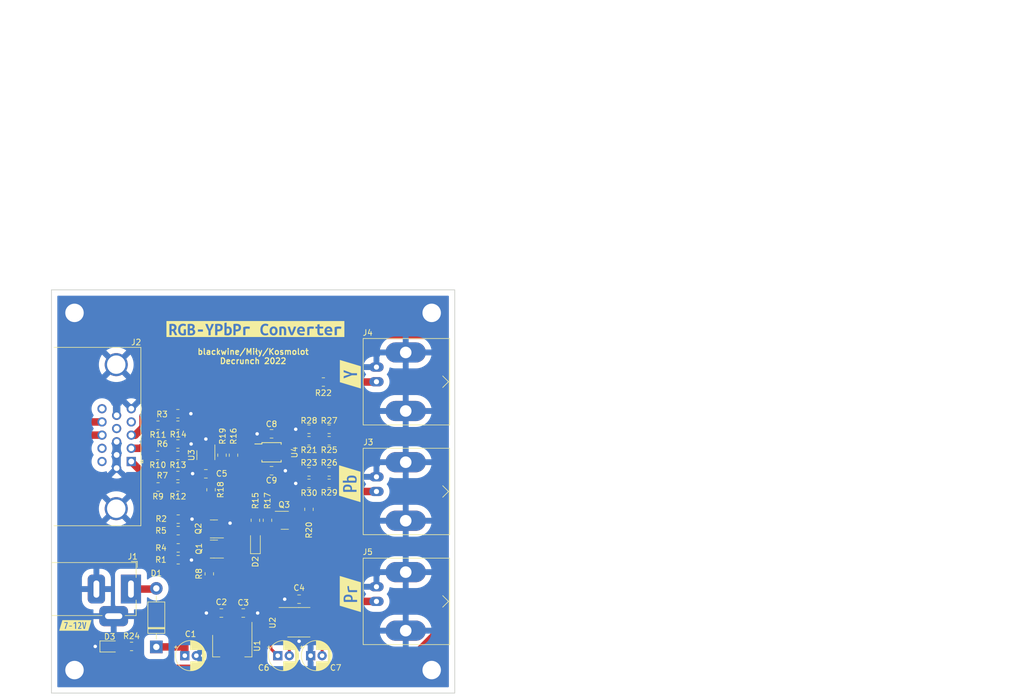
<source format=kicad_pcb>
(kicad_pcb (version 20211014) (generator pcbnew)
  (layers (0 "F.Cu" signal) (31 "B.Cu" signal) (34 "B.Paste" user) (35 "F.Paste" user) (36 "B.SilkS" user "B.Silkscreen") (37 "F.SilkS" user "F.Silkscreen") (38 "B.Mask" user) (39 "F.Mask" user) (44 "Edge.Cuts" user))
  (net 0 "")
  (net 1 "+5V")
  (net 2 "GND")
  (net 3 "-5V")
  (net 4 "/Pr")
  (net 5 "/Y")
  (net 6 "/B")
  (net 7 "/G")
  (net 8 "/R")
  (net 9 "/Pb")
  (net 10 "/CAP+")
  (net 11 "/CAP-")
  (net 12 "/YSUM")
  (net 13 "/YAMP")
  (net 14 "/Pr_OUT")
  (net 15 "/Y_OUT")
  (net 16 "/Pb_OUT")
  (net 17 "/H_SYNC")
  (net 18 "/V_SYNC")
  (net 19 "/H_R")
  (net 20 "/V_R")
  (net 21 "/VIN")
  (net 22 "/VIND")
  (net 23 "Net-(D3-Pad2)")
  (net 24 "/+5VAMP")
  (net 25 "Net-(D2-Pad1)")
  (net 26 "Net-(D2-Pad2)")
  (net 31 "Net-(Q1-Pad2)")
  (net 32 "Net-(Q3-Pad1)")
  (net 33 "Net-(Q3-Pad3)")
  (net 34 "/FB")
  (net 39 "Net-(R12-Pad1)")
  (net 40 "Net-(R10-Pad2)")
  (net 41 "Net-(R11-Pad2)")
  (net 42 "Net-(R21-Pad2)")
  (net 43 "Net-(R23-Pad2)")
  (net 44 "Net-(R27-Pad2)")
  (net 45 "Net-(R29-Pad2)")
  (footprint "Resistor_SMD:R_0805_2012Metric" (layer "F.Cu") (at 144.7 138.1 90)
    (fp_text reference "R20")
    (fp_text value "570")
  )
  (footprint "Resistor_SMD:R_0805_2012Metric" (layer "F.Cu") (at 127.7 134.7 -90)
    (fp_text reference "R18")
    (fp_text value "0R")
  )
  (footprint "Resistor_SMD:R_0805_2012Metric" (layer "F.Cu") (at 144.7 124.2 180)
    (fp_text reference "R28")
    (fp_text value "0R")
  )
  (footprint "Package_SO:MSOP-10_3x3mm_P0.5mm" (layer "F.Cu") (at 138.2 128.2)
    (fp_text reference "U4")
    (fp_text value "LT6550")
  )
  (footprint "Resistor_SMD:R_0805_2012Metric" (layer "F.Cu") (at 135.4 140 90)
    (fp_text reference "R15")
    (fp_text value "1k")
  )
  (footprint "Resistor_SMD:R_0805_2012Metric" (layer "F.Cu") (at 118.432695 128.75)
    (fp_text reference "R10")
    (fp_text value "549")
  )
  (footprint "Resistor_SMD:R_0805_2012Metric" (layer "F.Cu") (at 122 144.797257)
    (fp_text reference "R4")
    (fp_text value "1k")
  )
  (footprint "Resistor_SMD:R_0805_2012Metric" (layer "F.Cu") (at 118.5 134.221951)
    (fp_text reference "R9")
    (fp_text value "1070")
  )
  (footprint "Connector_Coaxial:BNC_Amphenol_B6252HB-NPP3G-50_Horizontal" (layer "F.Cu") (at 156.410997 135 -90)
    (fp_text reference "J3")
    (fp_text value "BNC 75 Ohm")
  )
  (footprint "Capacitor_THT:CP_Radial_D5.0mm_P2.00mm" (layer "F.Cu") (at 123.144888 163.5)
    (fp_text reference "C1")
    (fp_text value "10u/16V")
  )
  (footprint "Resistor_SMD:R_0805_2012Metric" (layer "F.Cu") (at 148.2 126.2)
    (fp_text reference "R25")
    (fp_text value "0R")
  )
  (footprint "Diode_SMD:D_SOD-323_HandSoldering" (layer "F.Cu") (at 135.4 143.9 90)
    (fp_text reference "D2")
    (fp_text value "5.6V")
  )
  (footprint "Resistor_SMD:R_0805_2012Metric" (layer "F.Cu") (at 137.5 140 -90)
    (fp_text reference "R17")
    (fp_text value "1k")
  )
  (footprint "Connector_Coaxial:BNC_Amphenol_B6252HB-NPP3G-50_Horizontal" (layer "F.Cu") (at 156.410997 154.08 -90)
    (fp_text reference "J5")
    (fp_text value "BNC 75 Ohm")
  )
  (footprint "Resistor_SMD:R_0805_2012Metric" (layer "F.Cu") (at 131.6 128.7 -90)
    (fp_text reference "R16")
    (fp_text value "1k")
  )
  (footprint "Package_TO_SOT_SMD:SOT-223" (layer "F.Cu") (at 131.392267 161.8 -90)
    (fp_text reference "U1")
    (fp_text value "1117-5.0")
  )
  (footprint "Resistor_SMD:R_0805_2012Metric" (layer "F.Cu") (at 144.7 131.6)
    (fp_text reference "R23")
    (fp_text value "105")
  )
  (footprint "Resistor_SMD:R_0805_2012Metric" (layer "F.Cu") (at 121.94375 132.228201)
    (fp_text reference "R7")
    (fp_text value "75")
  )
  (footprint "Package_TO_SOT_SMD:SOT-23" (layer "F.Cu") (at 140.5 140)
    (fp_text reference "Q3")
    (fp_text value "Q_NPN_BEC")
  )
  (footprint "Resistor_SMD:R_0805_2012Metric" (layer "F.Cu") (at 147.2 116)
    (fp_text reference "R22")
    (fp_text value "75")
  )
  (footprint "Capacitor_SMD:C_0805_2012Metric" (layer "F.Cu") (at 138.2 131.4 180)
    (fp_text reference "C9")
    (fp_text value "100n/16V")
  )
  (footprint "kibuzzard-633F44C9" (layer "F.Cu") (at 151.881706 114.65 90)
    (fp_text reference "kibuzzard-633F44C9" hide)
    (fp_text value "G***" hide)
  )
  (footprint "Package_SO:SOIC-8_3.9x4.9mm_P1.27mm" (layer "F.Cu") (at 142.939541 157.7)
    (fp_text reference "U2")
    (fp_text value "ICL7660")
  )
  (footprint "kibuzzard-63377B96" (layer "F.Cu") (at 135.4 106.8)
    (fp_text reference "kibuzzard-63377B96" hide)
    (fp_text value "G***" hide)
  )
  (footprint "Resistor_SMD:R_0805_2012Metric" (layer "F.Cu") (at 113.9 161.9)
    (fp_text reference "R24")
    (fp_text value "1k")
  )
  (footprint "Package_TO_SOT_SMD:SOT-23" (layer "F.Cu") (at 128.2 141.5 180)
    (fp_text reference "Q2")
    (fp_text value "Q_NPN_BEC")
  )
  (footprint "Resistor_SMD:R_0805_2012Metric" (layer "F.Cu") (at 122 141.8)
    (fp_text reference "R5")
    (fp_text value "1k")
  )
  (footprint "MountingHole:MountingHole_3.2mm_M3_ISO7380_Pad" (layer "F.Cu") (at 166 104)
    (fp_text reference "H2" hide)
    (fp_text value "DNP")
  )
  (footprint "lib:ICD15S13E4GV00LF" (layer "F.Cu") (at 111.315331 126.365 -90)
    (fp_text reference "J2")
    (fp_text value "D-Sub HD15 Female")
  )
  (footprint "MountingHole:MountingHole_3.2mm_M3_ISO7380_Pad" (layer "F.Cu") (at 104 104)
    (fp_text reference "H1" hide)
    (fp_text value "DNP")
  )
  (footprint "Resistor_SMD:R_0805_2012Metric" (layer "F.Cu") (at 148.2 124.2 180)
    (fp_text reference "R27")
    (fp_text value "174")
  )
  (footprint "Capacitor_THT:CP_Radial_D5.0mm_P2.00mm" (layer "F.Cu") (at 139.28443 163.5)
    (fp_text reference "C6")
    (fp_text value "10u/16V")
  )
  (footprint "Capacitor_SMD:C_0805_2012Metric" (layer "F.Cu") (at 133.292267 156.1)
    (fp_text reference "C3")
    (fp_text value "100n/16V")
  )
  (footprint "Resistor_SMD:R_0805_2012Metric" (layer "F.Cu") (at 148.2 133.6 180)
    (fp_text reference "R29")
    (fp_text value "261")
  )
  (footprint "Diode_THT:D_DO-41_SOD81_P10.16mm_Horizontal" (layer "F.Cu") (at 118.2 161.98 90)
    (fp_text reference "D1")
    (fp_text value "1N4001")
  )
  (footprint "Package_TO_SOT_SMD:SOT-23-5" (layer "F.Cu") (at 126.8 128.7 -90)
    (fp_text reference "U3")
    (fp_text value "LMV793MFX")
  )
  (footprint "Resistor_SMD:R_0805_2012Metric" (layer "F.Cu") (at 122 139.8)
    (fp_text reference "R2")
    (fp_text value "75")
  )
  (footprint "Resistor_SMD:R_0805_2012Metric" (layer "F.Cu") (at 129.6 128.7 90)
    (fp_text reference "R19")
    (fp_text value "1k")
  )
  (footprint "Capacitor_SMD:C_0805_2012Metric" (layer "F.Cu") (at 138.2 125 180)
    (fp_text reference "C8")
    (fp_text value "100n/16V")
  )
  (footprint "Resistor_SMD:R_0805_2012Metric" (layer "F.Cu") (at 144.7 133.6 180)
    (fp_text reference "R30")
    (fp_text value "0R")
  )
  (footprint "Resistor_SMD:R_0805_2012Metric" (layer "F.Cu") (at 118.5 123.502003)
    (fp_text reference "R11")
    (fp_text value "2940")
  )
  (footprint "Resistor_SMD:R_0805_2012Metric" (layer "F.Cu") (at 121.94375 126.75625)
    (fp_text reference "R6")
    (fp_text value "75")
  )
  (footprint "LED_SMD:LED_0805_2012Metric" (layer "F.Cu") (at 110.1 161.9)
    (fp_text reference "D3")
    (fp_text value "Green")
  )
  (footprint "Package_TO_SOT_SMD:SOT-23" (layer "F.Cu") (at 128.2 145 180)
    (fp_text reference "Q1")
    (fp_text value "Q_NPN_BEC")
  )
  (footprint "Resistor_SMD:R_0805_2012Metric" (layer "F.Cu") (at 121.95 128.75)
    (fp_text reference "R13")
    (fp_text value "0R")
  )
  (footprint "kibuzzard-633F4DF1" (layer "F.Cu") (at 104.141173 158.253594)
    (fp_text reference "kibuzzard-633F4DF1" hide)
    (fp_text value "G***" hide)
  )
  (footprint "Resistor_SMD:R_0805_2012Metric" (layer "F.Cu") (at 144.7 126.2)
    (fp_text reference "R21")
    (fp_text value "133")
  )
  (footprint "Resistor_SMD:R_0805_2012Metric" (layer "F.Cu") (at 148.2 131.6)
    (fp_text reference "R26")
    (fp_text value "0R")
  )
  (footprint "Resistor_SMD:R_0805_2012Metric" (layer "F.Cu") (at 121.95 134.221951)
    (fp_text reference "R12")
    (fp_text value "0R")
  )
  (footprint "kibuzzard-633F44A8" (layer "F.Cu") (at 151.881706 152.8 90)
    (fp_text reference "kibuzzard-633F44A8" hide)
    (fp_text value "G***" hide)
  )
  (footprint "Capacitor_SMD:C_0805_2012Metric" (layer "F.Cu") (at 126.8 131.9375 180)
    (fp_text reference "C5")
    (fp_text value "100n/16V")
  )
  (footprint "MountingHole:MountingHole_3.2mm_M3_ISO7380_Pad" (layer "F.Cu") (at 166 166)
    (fp_text reference "H4" hide)
    (fp_text value "DNP")
  )
  (footprint "Resistor_SMD:R_0805_2012Metric" (layer "F.Cu") (at 121.95 123.5)
    (fp_text reference "R14")
    (fp_text value "0R")
  )
  (footprint "Resistor_SMD:R_0805_2012Metric" (layer "F.Cu") (at 121.94375 121.50625)
    (fp_text reference "R3")
    (fp_text value "75")
  )
  (footprint "MountingHole:MountingHole_3.2mm_M3_ISO7380_Pad" (layer "F.Cu") (at 104 166)
    (fp_text reference "H3" hide)
    (fp_text value "DNP")
  )
  (footprint "Capacitor_SMD:C_0805_2012Metric" (layer "F.Cu") (at 129.492267 156.1 180)
    (fp_text reference "C2")
    (fp_text value "100n/16V")
  )
  (footprint "Connector_BarrelJack:BarrelJack_Horizontal" (layer "F.Cu") (at 113.8 151.940691)
    (fp_text reference "J1")
    (fp_text value "Barrel Jack 5.5/2.1")
  )
  (footprint "Resistor_SMD:R_0805_2012Metric" (layer "F.Cu") (at 122 146.85)
    (fp_text reference "R1")
    (fp_text value "75")
  )
  (footprint "Resistor_SMD:R_0805_2012Metric" (layer "F.Cu") (at 127.4 149.3 90)
    (fp_text reference "R8")
    (fp_text value "1k")
  )
  (footprint "Connector_Coaxial:BNC_Amphenol_B6252HB-NPP3G-50_Horizontal" (layer "F.Cu") (at 156.410997 115.95 -90)
    (fp_text reference "J4")
    (fp_text value "BNC 75 Ohm")
  )
  (footprint "Capacitor_SMD:C_0805_2012Metric" (layer "F.Cu") (at 142.984429 153.7 180)
    (fp_text reference "C4")
    (fp_text value "100n/16V")
  )
  (footprint "Capacitor_THT:CP_Radial_D5.0mm_P2.00mm" (layer "F.Cu") (at 144.984429 163.5)
    (fp_text reference "C7")
    (fp_text value "10u/16V")
  )
  (footprint "kibuzzard-633F44BA" (layer "F.Cu") (at 151.781706 133.65 90)
    (fp_text reference "kibuzzard-633F44BA" hide)
    (fp_text value "G***" hide)
  )
  (gr_rect (start 100 100) (end 170 170) (layer "Edge.Cuts") (width 0.15) (fill none))
  (gr_text "blackwine/Miły/Kosmolot\nDecrunch 2022" (at 135 111.552598) (layer "F.SilkS") (effects (font (size 1 1) (thickness 0.2))))
  (segment (start 122 138.9) (end 125.2875 135.6125) (width 0.5) (layer "F.Cu") (net 1))
  (segment (start 131.392267 157.05) (end 132.342267 156.1) (width 0.5) (layer "F.Cu") (net 1))
  (segment (start 114.8125 161.9) (end 114.8125 163.7125) (width 0.5) (layer "F.Cu") (net 1))
  (segment (start 138.1 167.3) (end 159.1 167.3) (width 1.3) (layer "F.Cu") (net 1))
  (segment (start 140.4 113.5) (end 140.4 123.2) (width 1.3) (layer "F.Cu") (net 1))
  (segment (start 140.4 125) (end 139.15 125) (width 0.5) (layer "F.Cu") (net 1))
  (segment (start 131.392267 158.65) (end 131.392267 160.592267) (width 1.3) (layer "F.Cu") (net 1))
  (segment (start 133.45 151.75) (end 132.342267 152.857733) (width 0.5) (layer "F.Cu") (net 1))
  (segment (start 127.35 150.2625) (end 127.35 153.75) (width 0.5) (layer "F.Cu") (net 1))
  (segment (start 127.4 150.2125) (end 127.35 150.2625) (width 0.5) (layer "F.Cu") (net 1))
  (segment (start 143.434429 151.75) (end 133.45 151.75) (width 0.5) (layer "F.Cu") (net 1))
  (segment (start 140.4 125) (end 140.4 127.100489) (width 0.5) (layer "F.Cu") (net 1))
  (segment (start 114.8125 163.7125) (end 116.4 165.3) (width 0.5) (layer "F.Cu") (net 1))
  (segment (start 127.35 153.75) (end 127.757733 154.157733) (width 0.5) (layer "F.Cu") (net 1))
  (segment (start 132.342267 154.157733) (end 132.342267 156.1) (width 0.5) (layer "F.Cu") (net 1))
  (segment (start 127.757733 154.157733) (end 132.342267 154.157733) (width 0.5) (layer "F.Cu") (net 1))
  (segment (start 131.392267 160.592267) (end 138.1 167.3) (width 1.3) (layer "F.Cu") (net 1))
  (segment (start 127.4 150.2125) (end 123.1125 150.2125) (width 0.5) (layer "F.Cu") (net 1))
  (segment (start 132.342267 152.857733) (end 132.342267 154.157733) (width 0.5) (layer "F.Cu") (net 1))
  (segment (start 167 109.4) (end 165.5 107.9) (width 1.3) (layer "F.Cu") (net 1))
  (segment (start 165.5 107.9) (end 146 107.9) (width 1.3) (layer "F.Cu") (net 1))
  (segment (start 127 165.3) (end 131.392267 160.907733) (width 0.5) (layer "F.Cu") (net 1))
  (segment (start 145.414541 155.795) (end 145.414541 154.230112) (width 0.5) (layer "F.Cu") (net 1))
  (segment (start 122 149.1) (end 122 138.9) (width 0.5) (layer "F.Cu") (net 1))
  (segment (start 145.414541 154.230112) (end 144.884429 153.7) (width 0.5) (layer "F.Cu") (net 1))
  (segment (start 140.4 123.2) (end 140.4 125) (width 0.5) (layer "F.Cu") (net 1))
  (segment (start 146 107.9) (end 140.4 113.5) (width 1.3) (layer "F.Cu") (net 1))
  (segment (start 123.1125 150.2125) (end 122 149.1) (width 0.5) (layer "F.Cu") (net 1))
  (segment (start 131.392267 158.65) (end 131.392267 157.05) (width 0.5) (layer "F.Cu") (net 1))
  (segment (start 143.934429 153.7) (end 143.934429 152.25) (width 0.5) (layer "F.Cu") (net 1))
  (segment (start 167 159.4) (end 167 109.4) (width 1.3) (layer "F.Cu") (net 1))
  (segment (start 144.884429 153.7) (end 143.934429 153.7) (width 0.5) (layer "F.Cu") (net 1))
  (segment (start 159.1 167.3) (end 167 159.4) (width 1.3) (layer "F.Cu") (net 1))
  (segment (start 131.392267 160.907733) (end 131.392267 158.65) (width 0.5) (layer "F.Cu") (net 1))
  (segment (start 116.4 165.3) (end 127 165.3) (width 0.5) (layer "F.Cu") (net 1))
  (segment (start 143.934429 152.25) (end 143.434429 151.75) (width 0.5) (layer "F.Cu") (net 1))
  (segment (start 125.2875 135.6125) (end 127.7 135.6125) (width 0.5) (layer "F.Cu") (net 1))
  (segment (start 131.6 127.7875) (end 131.6 126.7) (width 0.5) (layer "F.Cu") (net 2))
  (segment (start 128.542267 156.1) (end 126.892267 156.1) (width 0.5) (layer "F.Cu") (net 2))
  (segment (start 131.6 126.7) (end 130.8 125.9) (width 0.5) (layer "F.Cu") (net 2))
  (segment (start 142.984429 161) (end 144.484429 161) (width 0.5) (layer "F.Cu") (net 2))
  (segment (start 129.1375 140.55) (end 130.95 140.55) (width 0.5) (layer "F.Cu") (net 2))
  (segment (start 142.034429 153.7) (end 142.034429 158.45) (width 0.5) (layer "F.Cu") (net 2))
  (segment (start 125.85 131.9375) (end 124.5375 131.9375) (width 0.5) (layer "F.Cu") (net 2))
  (segment (start 122.85625 132.228201) (end 124.171799 132.228201) (width 0.5) (layer "F.Cu") (net 2))
  (segment (start 130.95 140.55) (end 131 140.5) (width 0.5) (layer "F.Cu") (net 2))
  (segment (start 133.692267 158.65) (end 133.692267 156.65) (width 0.5) (layer "F.Cu") (net 2))
  (segment (start 109.1625 161.9) (end 107.6 161.9) (width 0.5) (layer "F.Cu") (net 2))
  (segment (start 133.692267 156.65) (end 134.242267 156.1) (width 0.5) (layer "F.Cu") (net 2))
  (segment (start 134.242267 156.1) (end 135.792267 156.1) (width 0.5) (layer "F.Cu") (net 2))
  (segment (start 124.5375 131.9375) (end 124.5 131.9) (width 0.5) (layer "F.Cu") (net 2))
  (segment (start 124.19375 121.50625) (end 124.2 121.5) (width 0.5) (layer "F.Cu") (net 2))
  (segment (start 144.484429 161) (end 144.984429 161.5) (width 0.5) (layer "F.Cu") (net 2))
  (segment (start 130.8 125.9) (end 126.8 125.9) (width 0.5) (layer "F.Cu") (net 2))
  (segment (start 137.25 125) (end 135.7 125) (width 0.5) (layer "F.Cu") (net 2))
  (segment (start 143.7875 124.2) (end 142.4 124.2) (width 0.5) (layer "F.Cu") (net 2))
  (segment (start 124.171799 132.228201) (end 124.5 131.9) (width 0.5) (layer "F.Cu") (net 2))
  (segment (start 122.85625 126.75625) (end 124.24375 126.75625) (width 0.5) (layer "F.Cu") (net 2))
  (segment (start 143.7875 133.6) (end 142.4 133.6) (width 0.5) (layer "F.Cu") (net 2))
  (segment (start 126.8 127.5625) (end 126.8 125.9) (width 0.5) (layer "F.Cu") (net 2))
  (segment (start 139.15 131.4) (end 140.6 131.4) (width 0.5) (layer "F.Cu") (net 2))
  (segment (start 144.984429 161.5) (end 144.984429 163.5) (width 0.5) (layer "F.Cu") (net 2))
  (segment (start 142.034429 153.7) (end 140.484429 153.7) (width 0.5) (layer "F.Cu") (net 2))
  (segment (start 141.919429 158.335) (end 142.034429 158.45) (width 0.5) (layer "F.Cu") (net 2))
  (segment (start 122.9125 146.85) (end 124.25 146.85) (width 0.5) (layer "F.Cu") (net 2))
  (segment (start 140.464541 158.335) (end 141.919429 158.335) (width 0.5) (layer "F.Cu") (net 2))
  (segment (start 122.85625 121.50625) (end 124.19375 121.50625) (width 0.5) (layer "F.Cu") (net 2))
  (segment (start 124.25 146.85) (end 124.3 146.9) (width 0.5) (layer "F.Cu") (net 2))
  (segment (start 142.034429 160.05) (end 142.984429 161) (width 0.5) (layer "F.Cu") (net 2))
  (segment (start 142.034429 158.45) (end 142.034429 160.05) (width 0.5) (layer "F.Cu") (net 2))
  (segment (start 122.9125 139.8) (end 124.4 139.8) (width 0.5) (layer "F.Cu") (net 2))
  (via (at 124.4 139.8) (size 1) (drill 0.6) (layers "F.Cu" "B.Cu") (net 2))
  (via (at 140.6 131.4) (size 1) (drill 0.6) (layers "F.Cu" "B.Cu") (net 2))
  (via (at 126.8 125.9) (size 1) (drill 0.6) (layers "F.Cu" "B.Cu") (net 2))
  (via (at 142.984429 161) (size 1) (drill 0.6) (layers "F.Cu" "B.Cu") (net 2))
  (via (at 142.4 124.2) (size 1) (drill 0.6) (layers "F.Cu" "B.Cu") (net 2))
  (via (at 107.6 161.9) (size 1) (drill 0.6) (layers "F.Cu" "B.Cu") (net 2))
  (via (at 135.7 125) (size 1) (drill 0.6) (layers "F.Cu" "B.Cu") (net 2))
  (via (at 124.5 131.9) (size 1) (drill 0.6) (layers "F.Cu" "B.Cu") (net 2))
  (via (at 124.3 146.9) (size 1) (drill 0.6) (layers "F.Cu" "B.Cu") (net 2))
  (via (at 142.4 133.6) (size 1) (drill 0.6) (layers "F.Cu" "B.Cu") (net 2))
  (via (at 124.24375 126.75625) (size 1) (drill 0.6) (layers "F.Cu" "B.Cu") (net 2))
  (via (at 135.792267 156.1) (size 1) (drill 0.6) (layers "F.Cu" "B.Cu") (net 2))
  (via (at 131 140.5) (size 1) (drill 0.6) (layers "F.Cu" "B.Cu") (net 2))
  (via (at 140.484429 153.7) (size 1) (drill 0.6) (layers "F.Cu" "B.Cu") (net 2))
  (via (at 126.892267 156.1) (size 1) (drill 0.6) (layers "F.Cu" "B.Cu") (net 2))
  (via (at 124.2 121.5) (size 1) (drill 0.6) (layers "F.Cu" "B.Cu") (net 2))
  (segment (start 111.315331 121.785) (end 111.315331 118.915331) (width 1.3) (layer "B.Cu") (net 2))
  (segment (start 111.315331 126.365) (end 111.315331 130.945) (width 1.3) (layer "B.Cu") (net 2))
  (segment (start 146.4 143.9) (end 137.6 143.9) (width 0.5) (layer "F.Cu") (net 3))
  (segment (start 133.9 143.3) (end 133.9 133.5) (width 0.5) (layer "F.Cu") (net 3))
  (segment (start 137.6 143.9) (end 134.5 143.9) (width 0.5) (layer "F.Cu") (net 3))
  (segment (start 146.984429 159.6) (end 146.984429 163.5) (width 0.5) (layer "F.Cu") (net 3))
  (segment (start 146.984429 159.6) (end 147 159.584429) (width 0.5) (layer "F.Cu") (net 3))
  (segment (start 145.414541 159.605) (end 146.979429 159.605) (width 0.5) (layer "F.Cu") (net 3))
  (segment (start 137.5 143.8) (end 137.6 143.9) (width 0.5) (layer "F.Cu") (net 3))
  (segment (start 139.5625 140.95) (end 137.5375 140.95) (width 0.5) (layer "F.Cu") (net 3))
  (segment (start 147 144.5) (end 146.4 143.9) (width 0.5) (layer "F.Cu") (net 3))
  (segment (start 147 159.584429) (end 147 144.5) (width 0.5) (layer "F.Cu") (net 3))
  (segment (start 146.979429 159.605) (end 146.984429 159.6) (width 0.5) (layer "F.Cu") (net 3))
  (segment (start 137.25 131.4) (end 136 131.4) (width 0.5) (layer "F.Cu") (net 3))
  (segment (start 137.5 140.9125) (end 137.5 143.8) (width 0.5) (layer "F.Cu") (net 3))
  (segment (start 133.9 133.5) (end 136 131.4) (width 0.5) (layer "F.Cu") (net 3))
  (segment (start 137.5375 140.95) (end 137.5 140.9125) (width 0.5) (layer "F.Cu") (net 3))
  (segment (start 136 131.4) (end 136 129.3) (width 0.5) (layer "F.Cu") (net 3))
  (segment (start 134.5 143.9) (end 133.9 143.3) (width 0.5) (layer "F.Cu") (net 3))
  (segment (start 149.1125 152.5125) (end 150.68 154.08) (width 1.3) (layer "F.Cu") (net 4))
  (segment (start 149.1125 133.6) (end 149.1125 152.5125) (width 1.3) (layer "F.Cu") (net 4))
  (segment (start 149.1125 131.6) (end 149.1125 133.6) (width 1.3) (layer "F.Cu") (net 4))
  (segment (start 150.68 154.08) (end 156.410997 154.08) (width 1.3) (layer "F.Cu") (net 4))
  (segment (start 144.7 129.6) (end 145.3 129) (width 0.5) (layer "F.Cu") (net 5))
  (segment (start 148.2 116.0875) (end 148.1125 116) (width 0.5) (layer "F.Cu") (net 5))
  (segment (start 144.7 137.1875) (end 144.7 129.6) (width 0.5) (layer "F.Cu") (net 5))
  (segment (start 148.1125 116) (end 156.360997 116) (width 1.3) (layer "F.Cu") (net 5))
  (segment (start 156.360997 116) (end 156.410997 115.95) (width 1.3) (layer "F.Cu") (net 5))
  (segment (start 147.2 129) (end 148.2 128) (width 0.5) (layer "F.Cu") (net 5))
  (segment (start 145.3 129) (end 147.2 129) (width 0.5) (layer "F.Cu") (net 5))
  (segment (start 148.2 128) (end 148.2 116.0875) (width 0.5) (layer "F.Cu") (net 5))
  (segment (start 113.855331 125.22) (end 114.53 125.22) (width 1.3) (layer "F.Cu") (net 6))
  (segment (start 117.5875 123.502003) (end 117.5875 121.6125) (width 0.5) (layer "F.Cu") (net 6))
  (segment (start 133.8 121.8) (end 132.1 120.1) (width 0.5) (layer "F.Cu") (net 6))
  (segment (start 133.8 126.3) (end 133.8 121.8) (width 0.5) (layer "F.Cu") (net 6))
  (segment (start 116.34375 121.50625) (end 117.69375 121.50625) (width 1.3) (layer "F.Cu") (net 6))
  (segment (start 117.69375 121.50625) (end 121.03125 121.50625) (width 1.3) (layer "F.Cu") (net 6))
  (segment (start 115.9 123.85) (end 115.9 121.95) (width 1.3) (layer "F.Cu") (net 6))
  (segment (start 115.9 121.95) (end 116.34375 121.50625) (width 1.3) (layer "F.Cu") (net 6))
  (segment (start 134.7 127.2) (end 136 127.2) (width 0.3) (layer "F.Cu") (net 6))
  (segment (start 121.03125 121.36875) (end 121.03125 121.50625) (width 0.5) (layer "F.Cu") (net 6))
  (segment (start 134.3 126.8) (end 133.8 126.3) (width 0.5) (layer "F.Cu") (net 6))
  (segment (start 114.53 125.22) (end 115.9 123.85) (width 1.3) (layer "F.Cu") (net 6))
  (segment (start 134.3 126.8) (end 134.7 127.2) (width 0.3) (layer "F.Cu") (net 6))
  (segment (start 117.5875 121.6125) (end 117.69375 121.50625) (width 0.5) (layer "F.Cu") (net 6))
  (segment (start 132.1 120.1) (end 122.3 120.1) (width 0.5) (layer "F.Cu") (net 6))
  (segment (start 122.3 120.1) (end 121.03125 121.36875) (width 0.5) (layer "F.Cu") (net 6))
  (segment (start 117.520195 127.070195) (end 117.20625 126.75625) (width 0.5) (layer "F.Cu") (net 7))
  (segment (start 117.520195 128.75) (end 117.520195 127.070195) (width 0.5) (layer "F.Cu") (net 7))
  (segment (start 120.89375 126.75625) (end 117.20625 126.75625) (width 1.3) (layer "F.Cu") (net 7))
  (segment (start 116.24375 126.75625) (end 115.49 127.51) (width 1.3) (layer "F.Cu") (net 7))
  (segment (start 115.49 127.51) (end 113.855331 127.51) (width 1.3) (layer "F.Cu") (net 7))
  (segment (start 117.20625 126.75625) (end 116.24375 126.75625) (width 1.3) (layer "F.Cu") (net 7))
  (segment (start 124.65 134.7) (end 123.8 135.55) (width 0.5) (layer "F.Cu") (net 8))
  (segment (start 117.5875 135.1375) (end 117.5875 134.221951) (width 0.5) (layer "F.Cu") (net 8))
  (segment (start 117.5875 134.221951) (end 117.5875 132.484451) (width 0.5) (layer "F.Cu") (net 8))
  (segment (start 117.5875 132.484451) (end 117.84375 132.228201) (width 0.5) (layer "F.Cu") (net 8))
  (segment (start 134.7 128.2) (end 134.3 128.6) (width 0.3) (layer "F.Cu") (net 8))
  (segment (start 130.3 134.7) (end 124.65 134.7) (width 0.5) (layer "F.Cu") (net 8))
  (segment (start 134.3 128.6) (end 133.8 129.1) (width 0.5) (layer "F.Cu") (net 8))
  (segment (start 117.84375 132.228201) (end 116.283532 132.228201) (width 1.3) (layer "F.Cu") (net 8))
  (segment (start 136 128.2) (end 134.7 128.2) (width 0.3) (layer "F.Cu") (net 8))
  (segment (start 133.8 129.1) (end 133.8 131.2) (width 0.5) (layer "F.Cu") (net 8))
  (segment (start 133.8 131.2) (end 130.3 134.7) (width 0.5) (layer "F.Cu") (net 8))
  (segment (start 117.84375 132.228201) (end 120.89375 132.228201) (width 1.3) (layer "F.Cu") (net 8))
  (segment (start 123.8 135.55) (end 118 135.55) (width 0.5) (layer "F.Cu") (net 8))
  (segment (start 116.283532 132.228201) (end 113.855331 129.8) (width 1.3) (layer "F.Cu") (net 8))
  (segment (start 118 135.55) (end 117.5875 135.1375) (width 0.5) (layer "F.Cu") (net 8))
  (segment (start 151.9 126.2) (end 149.25 126.2) (width 1.3) (layer "F.Cu") (net 9))
  (segment (start 149.1125 124.2) (end 149.1125 126.2) (width 0.5) (layer "F.Cu") (net 9))
  (segment (start 156.410997 135) (end 153.4 135) (width 1.3) (layer "F.Cu") (net 9))
  (segment (start 152.7 134.3) (end 152.7 127) (width 1.3) (layer "F.Cu") (net 9))
  (segment (start 153.4 135) (end 152.7 134.3) (width 1.3) (layer "F.Cu") (net 9))
  (segment (start 152.7 127) (end 151.9 126.2) (width 1.3) (layer "F.Cu") (net 9))
  (segment (start 138.719429 157.065) (end 140.464541 157.065) (width 0.5) (layer "F.Cu") (net 10))
  (segment (start 138.084429 157.7) (end 138.719429 157.065) (width 0.5) (layer "F.Cu") (net 10))
  (segment (start 138.084429 162.299999) (end 138.084429 157.7) (width 0.5) (layer "F.Cu") (net 10))
  (segment (start 139.28443 163.5) (end 138.084429 162.299999) (width 0.5) (layer "F.Cu") (net 10))
  (segment (start 141.28443 161.900001) (end 141.28443 163.5) (width 0.5) (layer "F.Cu") (net 11))
  (segment (start 140.464541 161.080112) (end 141.28443 161.900001) (width 0.5) (layer "F.Cu") (net 11))
  (segment (start 140.464541 159.605) (end 140.464541 161.080112) (width 0.5) (layer "F.Cu") (net 11))
  (segment (start 122.85625 128.75625) (end 125.54375 128.75625) (width 0.5) (layer "F.Cu") (net 12))
  (segment (start 121.94375 129.66875) (end 122.8625 128.75) (width 0.5) (layer "F.Cu") (net 12))
  (segment (start 125.85 128.45) (end 125.85 127.5625) (width 0.5) (layer "F.Cu") (net 12))
  (segment (start 122.8625 134.221951) (end 121.94375 133.303201) (width 0.5) (layer "F.Cu") (net 12))
  (segment (start 121.94375 127.83125) (end 121.94375 124.41875) (width 0.5) (layer "F.Cu") (net 12))
  (segment (start 122.8625 128.75) (end 121.94375 127.83125) (width 0.5) (layer "F.Cu") (net 12))
  (segment (start 125.54375 128.75625) (end 125.85 128.45) (width 0.5) (layer "F.Cu") (net 12))
  (segment (start 121.94375 124.41875) (end 122.8625 123.5) (width 0.5) (layer "F.Cu") (net 12))
  (segment (start 121.94375 133.303201) (end 121.94375 129.66875) (width 0.5) (layer "F.Cu") (net 12))
  (segment (start 129.6 127.7875) (end 127.975 127.7875) (width 0.5) (layer "F.Cu") (net 13))
  (segment (start 133.4 128.1) (end 132.8 128.7) (width 0.5) (layer "F.Cu") (net 13))
  (segment (start 132.8 128.7) (end 130.5125 128.7) (width 0.5) (layer "F.Cu") (net 13))
  (segment (start 130.5125 128.7) (end 129.6 127.7875) (width 0.5) (layer "F.Cu") (net 13))
  (segment (start 133.4 128.1) (end 133.8 127.7) (width 0.3) (layer "F.Cu") (net 13))
  (segment (start 133.8 127.7) (end 136 127.7) (width 0.3) (layer "F.Cu") (net 13))
  (segment (start 127.975 127.7875) (end 127.75 127.5625) (width 0.5) (layer "F.Cu") (net 13))
  (segment (start 141.7 129) (end 141.4 128.7) (width 0.3) (layer "F.Cu") (net 14))
  (segment (start 141.7 129.5) (end 141.7 130.9) (width 0.5) (layer "F.Cu") (net 14))
  (segment (start 141.7 130.9) (end 142.4 131.6) (width 0.5) (layer "F.Cu") (net 14))
  (segment (start 142.4 131.6) (end 143.7875 131.6) (width 0.5) (layer "F.Cu") (net 14))
  (segment (start 141.7 129.5) (end 141.7 129) (width 0.3) (layer "F.Cu") (net 14))
  (segment (start 141.4 128.7) (end 140.4 128.7) (width 0.3) (layer "F.Cu") (net 14))
  (segment (start 140.4 128.2) (end 142.1 128.2) (width 0.3) (layer "F.Cu") (net 15))
  (segment (start 144.2 128.2) (end 144.7 127.7) (width 0.5) (layer "F.Cu") (net 15))
  (segment (start 138.5 128.2) (end 140.4 128.2) (width 0.3) (layer "F.Cu") (net 15))
  (segment (start 145 116) (end 146.2875 116) (width 0.5) (layer "F.Cu") (net 15))
  (segment (start 142.1 128.2) (end 144.2 128.2) (width 0.5) (layer "F.Cu") (net 15))
  (segment (start 144.7 127.7) (end 144.7 116.3) (width 0.5) (layer "F.Cu") (net 15))
  (segment (start 136 128.7) (end 138 128.7) (width 0.3) (layer "F.Cu") (net 15))
  (segment (start 138 128.7) (end 138.5 128.2) (width 0.3) (layer "F.Cu") (net 15))
  (segment (start 144.7 116.3) (end 145 116) (width 0.5) (layer "F.Cu") (net 15))
  (segment (start 141.7 126.4) (end 141.7 127.1) (width 0.5) (layer "F.Cu") (net 16))
  (segment (start 141.4 127.7) (end 141.5 127.7) (width 0.3) (layer "F.Cu") (net 16))
  (segment (start 141.9 126.2) (end 141.7 126.4) (width 0.5) (layer "F.Cu") (net 16))
  (segment (start 140.4 127.7) (end 141.4 127.7) (width 0.3) (layer "F.Cu") (net 16))
  (segment (start 141.7 127.5) (end 141.7 127.1) (width 0.3) (layer "F.Cu") (net 16))
  (segment (start 143.7875 126.2) (end 141.9 126.2) (width 0.5) (layer "F.Cu") (net 16))
  (segment (start 141.5 127.7) (end 141.7 127.5) (width 0.3) (layer "F.Cu") (net 16))
  (segment (start 108.4 141.8) (end 120.95 141.8) (width 1.3) (layer "F.Cu") (net 17))
  (segment (start 121.0875 141.8) (end 121.0875 139.8) (width 0.5) (layer "F.Cu") (net 17))
  (segment (start 106.88 125.22) (end 105.4 126.7) (width 1.3) (layer "F.Cu") (net 17))
  (segment (start 105.4 138.8) (end 108.4 141.8) (width 1.3) (layer "F.Cu") (net 17))
  (segment (start 108.775331 125.22) (end 106.88 125.22) (width 1.3) (layer "F.Cu") (net 17))
  (segment (start 105.4 126.7) (end 105.4 138.8) (width 1.3) (layer "F.Cu") (net 17))
  (segment (start 102.5 140.8) (end 102.5 124.6) (width 1.3) (layer "F.Cu") (net 18))
  (segment (start 106.497257 144.797257) (end 102.5 140.8) (width 1.3) (layer "F.Cu") (net 18))
  (segment (start 106.497257 144.797257) (end 120.9375 144.797257) (width 1.3) (layer "F.Cu") (net 18))
  (segment (start 104.17 122.93) (end 108.775331 122.93) (width 1.3) (layer "F.Cu") (net 18))
  (segment (start 121.0875 146.85) (end 121.0875 144.797257) (width 0.5) (layer "F.Cu") (net 18))
  (segment (start 102.5 124.6) (end 104.17 122.93) (width 1.3) (layer "F.Cu") (net 18))
  (segment (start 129.1375 142.45) (end 126.05 142.45) (width 0.5) (layer "F.Cu") (net 19))
  (segment (start 126.05 142.45) (end 125.4 141.8) (width 0.5) (layer "F.Cu") (net 19))
  (segment (start 125.4 141.8) (end 122.9125 141.8) (width 0.5) (layer "F.Cu") (net 19))
  (segment (start 124.697257 144.797257) (end 122.9125 144.797257) (width 0.5) (layer "F.Cu") (net 20))
  (segment (start 129.1375 145.95) (end 125.85 145.95) (width 0.5) (layer "F.Cu") (net 20))
  (segment (start 125.85 145.95) (end 124.697257 144.797257) (width 0.5) (layer "F.Cu") (net 20))
  (segment (start 113.8 151.940691) (end 118.079309 151.940691) (width 1.3) (layer "F.Cu") (net 21))
  (segment (start 118.079309 151.940691) (end 118.2 151.82) (width 1.3) (layer "F.Cu") (net 21))
  (segment (start 130.442267 156.1) (end 130.442267 156.95) (width 0.5) (layer "F.Cu") (net 22))
  (segment (start 129.092267 158.3) (end 129.092267 158.65) (width 0.5) (layer "F.Cu") (net 22))
  (segment (start 129.092267 158.65) (end 124.35 158.65) (width 1.3) (layer "F.Cu") (net 22))
  (segment (start 123.144888 159.855112) (end 123.144888 163.5) (width 1.3) (layer "F.Cu") (net 22))
  (segment (start 130.442267 156.95) (end 129.092267 158.3) (width 0.5) (layer "F.Cu") (net 22))
  (segment (start 123.144888 161.98) (end 123.144888 163.5) (width 1.3) (layer "F.Cu") (net 22))
  (segment (start 118.2 161.98) (end 123.144888 161.98) (width 1.3) (layer "F.Cu") (net 22))
  (segment (start 124.35 158.65) (end 123.144888 159.855112) (width 1.3) (layer "F.Cu") (net 22))
  (segment (start 112.9875 161.9) (end 111.0375 161.9) (width 0.5) (layer "F.Cu") (net 23))
  (segment (start 127.75 133.7375) (end 127.7 133.7875) (width 0.5) (layer "F.Cu") (net 24))
  (segment (start 127.75 131.9375) (end 127.75 133.7375) (width 0.5) (layer "F.Cu") (net 24))
  (segment (start 127.75 131.9375) (end 127.75 129.8375) (width 0.5) (layer "F.Cu") (net 24))
  (segment (start 135.25 145) (end 135.4 145.15) (width 0.5) (layer "F.Cu") (net 25))
  (segment (start 130.5 145) (end 135.25 145) (width 0.5) (layer "F.Cu") (net 25))
  (segment (start 129.8125 148.3875) (end 130.5 147.7) (width 0.5) (layer "F.Cu") (net 25))
  (segment (start 127.2625 145) (end 130.5 145) (width 0.5) (layer "F.Cu") (net 25))
  (segment (start 130.5 147.7) (end 130.5 145) (width 0.5) (layer "F.Cu") (net 25))
  (segment (start 127.4 148.3875) (end 129.8125 148.3875) (width 0.5) (layer "F.Cu") (net 25))
  (segment (start 135.4 142.65) (end 135.4 140.9125) (width 0.5) (layer "F.Cu") (net 26))
  (segment (start 130.3 141.5) (end 127.2625 141.5) (width 0.5) (layer "F.Cu") (net 31))
  (segment (start 130.5 141.7) (end 130.3 141.5) (width 0.5) (layer "F.Cu") (net 31))
  (segment (start 130.5 143.8) (end 130.5 141.7) (width 0.5) (layer "F.Cu") (net 31))
  (segment (start 130.25 144.05) (end 130.5 143.8) (width 0.5) (layer "F.Cu") (net 31))
  (segment (start 129.1375 144.05) (end 130.25 144.05) (width 0.5) (layer "F.Cu") (net 31))
  (segment (start 139.5625 139.05) (end 137.5375 139.05) (width 0.5) (layer "F.Cu") (net 32))
  (segment (start 137.5375 139.05) (end 137.5 139.0875) (width 0.5) (layer "F.Cu") (net 32))
  (segment (start 135.4 139.0875) (end 137.5 139.0875) (width 0.5) (layer "F.Cu") (net 32))
  (segment (start 141.4375 140) (end 144.5 140) (width 0.5) (layer "F.Cu") (net 33))
  (segment (start 144.7 139.8) (end 144.7 139.0125) (width 0.5) (layer "F.Cu") (net 33))
  (segment (start 144.5 140) (end 144.7 139.8) (width 0.5) (layer "F.Cu") (net 33))
  (segment (start 125.85 129.8375) (end 125.85 129.369239) (width 0.5) (layer "F.Cu") (net 34))
  (segment (start 125.85 129.369239) (end 126.519239 128.7) (width 0.5) (layer "F.Cu") (net 34))
  (segment (start 129.6 129.6125) (end 131.6 129.6125) (width 0.5) (layer "F.Cu") (net 34))
  (segment (start 129.4125 129.6125) (end 129.6 129.6125) (width 0.5) (layer "F.Cu") (net 34))
  (segment (start 128.5 128.7) (end 129.4125 129.6125) (width 0.5) (layer "F.Cu") (net 34))
  (segment (start 126.519239 128.7) (end 128.5 128.7) (width 0.5) (layer "F.Cu") (net 34))
  (segment (start 119.4125 134.221951) (end 121.0375 134.221951) (width 0.5) (layer "F.Cu") (net 39))
  (segment (start 119.345195 128.75) (end 121.0375 128.75) (width 0.5) (layer "F.Cu") (net 40))
  (segment (start 119.4125 123.502003) (end 121.035497 123.502003) (width 0.5) (layer "F.Cu") (net 41))
  (segment (start 121.035497 123.502003) (end 121.0375 123.5) (width 0.5) (layer "F.Cu") (net 41))
  (segment (start 145.6125 126.2) (end 147.2875 126.2) (width 0.5) (layer "F.Cu") (net 42))
  (segment (start 145.6125 131.6) (end 147.2875 131.6) (width 0.5) (layer "F.Cu") (net 43))
  (segment (start 147.2875 124.2) (end 145.6125 124.2) (width 0.5) (layer "F.Cu") (net 44))
  (segment (start 147.2875 133.6) (end 145.6125 133.6) (width 0.5) (layer "F.Cu") (net 45))
  (zone (net 2) (net_name "GND") (layer "B.Cu") (connect_pads (clearance 1.016)) (min_thickness 0.254) (fill yes (thermal_gap 1.016) (thermal_bridge_width 1.016))
    (polygon (pts (xy 170 170) (xy 100 170) (xy 100 100) (xy 170 100)))
  )
)
</source>
